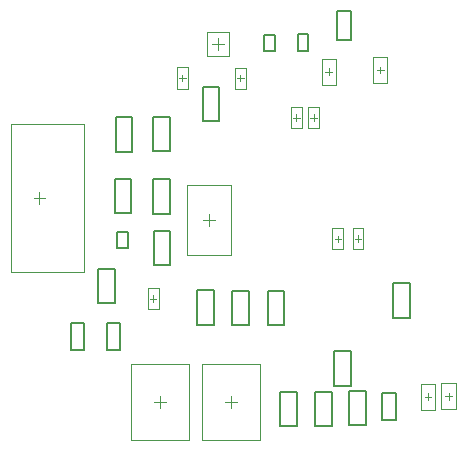
<source format=gbr>
%TF.GenerationSoftware,Altium Limited,Altium Designer,21.2.0 (30)*%
G04 Layer_Color=32768*
%FSLAX45Y45*%
%MOMM*%
%TF.SameCoordinates,6E67B6D2-48A1-4C3A-8D5B-8FB38F647B41*%
%TF.FilePolarity,Positive*%
%TF.FileFunction,Other,Top_Courtyard*%
%TF.Part,Single*%
G01*
G75*
%TA.AperFunction,NonConductor*%
%ADD34C,0.20000*%
%ADD64C,0.05000*%
%ADD65C,0.10000*%
D34*
X2830611Y3605385D02*
Y3845385D01*
X2950610D01*
Y3605385D02*
Y3845385D01*
X2830611Y3605385D02*
X2950610D01*
X2217960Y3504747D02*
X2307960D01*
Y3644747D01*
X2217960D02*
X2307960D01*
X2217960Y3504747D02*
Y3644747D01*
X2501236Y3509380D02*
Y3649381D01*
X2591236D01*
Y3509380D02*
Y3649381D01*
X2501236Y3509380D02*
X2591236D01*
X1696893Y2914393D02*
X1838107D01*
Y3205606D01*
X1696893D02*
X1838107D01*
X1696893Y2914393D02*
Y3205606D01*
X1274393Y2950407D02*
X1415607D01*
X1274393Y2659194D02*
Y2950407D01*
Y2659194D02*
X1415607D01*
Y2950407D01*
X960142Y2655962D02*
X1101355D01*
Y2947175D01*
X960142D02*
X1101355D01*
X960142Y2655962D02*
Y2947175D01*
X1277909Y2423660D02*
X1419122D01*
X1277909Y2132447D02*
Y2423660D01*
Y2132447D02*
X1419122D01*
Y2423660D01*
X950625Y2424322D02*
X1091839D01*
X950625Y2133109D02*
Y2424322D01*
Y2133109D02*
X1091839D01*
Y2424322D01*
X974378Y1978123D02*
X1064378D01*
X974378Y1838123D02*
Y1978123D01*
Y1838123D02*
X1064378D01*
Y1978123D01*
X1279847Y1697042D02*
X1421060D01*
Y1988255D01*
X1279847D02*
X1421060D01*
X1279847Y1697042D02*
Y1988255D01*
X809393Y1371893D02*
X950607D01*
Y1663106D01*
X809393D02*
X950607D01*
X809393Y1371893D02*
Y1663106D01*
X577500Y977089D02*
X692500D01*
Y1202911D01*
X577500D02*
X692500D01*
X577500Y977089D02*
Y1202911D01*
X885000Y977089D02*
X1000000D01*
Y1202911D01*
X885000D02*
X1000000D01*
X885000Y977089D02*
Y1202911D01*
X1649393Y1483107D02*
X1790607D01*
X1649393Y1191893D02*
Y1483107D01*
Y1191893D02*
X1790607D01*
Y1483107D01*
X1944393Y1478107D02*
X2085607D01*
X1944393Y1186893D02*
Y1478107D01*
Y1186893D02*
X2085607D01*
Y1478107D01*
X2246893Y1480407D02*
X2388107D01*
X2246893Y1189194D02*
Y1480407D01*
Y1189194D02*
X2388107D01*
Y1480407D01*
X3309393Y1251894D02*
X3450607D01*
Y1543107D01*
X3309393D02*
X3450607D01*
X3309393Y1251894D02*
Y1543107D01*
X2809393Y967245D02*
X2950607D01*
X2809393Y676032D02*
Y967245D01*
Y676032D02*
X2950607D01*
Y967245D01*
X3075607Y339394D02*
Y630607D01*
X2934393Y339394D02*
X3075607D01*
X2934393D02*
Y630607D01*
X3075607D01*
X3217500Y384589D02*
X3332500D01*
Y610411D01*
X3217500D02*
X3332500D01*
X3217500Y384589D02*
Y610411D01*
X2788107Y334394D02*
Y625607D01*
X2646893Y334394D02*
X2788107D01*
X2646893D02*
Y625607D01*
X2788107D01*
X2495607Y331893D02*
Y623106D01*
X2354394Y331893D02*
X2495607D01*
X2354394D02*
Y623106D01*
X2495607D01*
D64*
X2822500Y3225000D02*
Y3445000D01*
X2702500Y3225000D02*
Y3445000D01*
X2822500D01*
X2702500Y3225000D02*
X2822500D01*
X2059862Y3188427D02*
Y3368427D01*
X1969862Y3188427D02*
Y3368427D01*
X2059862D01*
X1969862Y3188427D02*
X2059862D01*
X2680000Y2855000D02*
Y3035000D01*
X2590000Y2855000D02*
Y3035000D01*
X2680000D01*
X2590000Y2855000D02*
X2680000D01*
X2445000D02*
X2535000D01*
X2445000Y3035000D02*
X2535000D01*
X2445000Y2855000D02*
Y3035000D01*
X2535000Y2855000D02*
Y3035000D01*
X1736022Y3467159D02*
Y3667459D01*
X1916022Y3467159D02*
Y3667459D01*
X1736022Y3467159D02*
X1916022D01*
X1736022Y3667459D02*
X1916022D01*
X1569221Y3189269D02*
Y3369269D01*
X1479221Y3189269D02*
Y3369269D01*
X1569221D01*
X1479221Y3189269D02*
X1569221D01*
X1560000Y1777500D02*
Y2377500D01*
Y1777500D02*
X1940000D01*
Y2377500D01*
X1560000D02*
X1940000D01*
X1232083Y1321303D02*
Y1501303D01*
X1322083Y1321303D02*
Y1501303D01*
X1232083Y1321303D02*
X1322083D01*
X1232083Y1501303D02*
X1322083D01*
X2885000Y1828423D02*
Y2008423D01*
X2795000Y1828423D02*
Y2008423D01*
X2885000D01*
X2795000Y1828423D02*
X2885000D01*
X3055000Y1830923D02*
Y2010923D01*
X2965000Y1830923D02*
Y2010923D01*
X3055000D01*
X2965000Y1830923D02*
X3055000D01*
X3545000Y472500D02*
X3665000D01*
X3545000Y692500D02*
X3665000D01*
X3545000Y472500D02*
Y692500D01*
X3665000Y472500D02*
Y692500D01*
X3717500Y475000D02*
X3837500D01*
X3717500Y695000D02*
X3837500D01*
X3717500Y475000D02*
Y695000D01*
X3837500Y475000D02*
Y695000D01*
X1091506Y215733D02*
Y855734D01*
Y215733D02*
X1581506D01*
Y855734D01*
X1091506D02*
X1581506D01*
X1691652Y858788D02*
X2181652D01*
Y218787D02*
Y858788D01*
X1691652Y218787D02*
X2181652D01*
X1691652D02*
Y858788D01*
X3140000Y3460000D02*
X3260000D01*
X3140000Y3240000D02*
X3260000D01*
Y3460000D01*
X3140000Y3240000D02*
Y3460000D01*
X314290Y2213938D02*
Y2313938D01*
X264290Y2263938D02*
X364290D01*
X694291Y1633938D02*
Y2893938D01*
X76791Y1633938D02*
X694291D01*
X76791D02*
Y2893938D01*
X694291D01*
D65*
X2735000Y3335000D02*
X2790000D01*
X2762500Y3307500D02*
Y3362500D01*
X1987362Y3278427D02*
X2042362D01*
X2014862Y3250927D02*
Y3305927D01*
X2607500Y2945000D02*
X2662500D01*
X2635000Y2917500D02*
Y2972500D01*
X2490000Y2917500D02*
Y2972500D01*
X2462500Y2945000D02*
X2517500D01*
X1776022Y3567309D02*
X1876022D01*
X1826022Y3517309D02*
Y3617309D01*
X1496721Y3279269D02*
X1551721D01*
X1524221Y3251769D02*
Y3306769D01*
X1750000Y2027500D02*
Y2127500D01*
X1700000Y2077500D02*
X1800000D01*
X1249583Y1411303D02*
X1304583D01*
X1277083Y1383803D02*
Y1438803D01*
X2812500Y1918423D02*
X2867500D01*
X2840000Y1890923D02*
Y1945923D01*
X2982500Y1920923D02*
X3037500D01*
X3010000Y1893423D02*
Y1948423D01*
X3605000Y555000D02*
Y610000D01*
X3577500Y582500D02*
X3632500D01*
X3777500Y557500D02*
Y612500D01*
X3750000Y585000D02*
X3805000D01*
X1286506Y535733D02*
X1386506D01*
X1336506Y485734D02*
Y585733D01*
X1936652Y488788D02*
Y588787D01*
X1886652Y538788D02*
X1986652D01*
X3200000Y3322500D02*
Y3377500D01*
X3172500Y3350000D02*
X3227500D01*
%TF.MD5,ff926e4d55de7689c38b0b2b25110fd1*%
M02*

</source>
